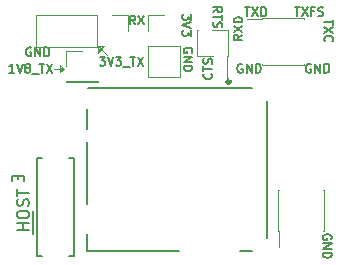
<source format=gbr>
G04 #@! TF.GenerationSoftware,KiCad,Pcbnew,5.1.4-3.fc30*
G04 #@! TF.CreationDate,2019-12-05T15:01:49-05:00*
G04 #@! TF.ProjectId,librem5-m2-breakout,6c696272-656d-4352-9d6d-322d62726561,v0.5.0*
G04 #@! TF.SameCoordinates,Original*
G04 #@! TF.FileFunction,Legend,Top*
G04 #@! TF.FilePolarity,Positive*
%FSLAX46Y46*%
G04 Gerber Fmt 4.6, Leading zero omitted, Abs format (unit mm)*
G04 Created by KiCad (PCBNEW 5.1.4-3.fc30) date 2019-12-05 15:01:49*
%MOMM*%
%LPD*%
G04 APERTURE LIST*
%ADD10C,0.150000*%
%ADD11C,0.120000*%
%ADD12C,0.300000*%
%ADD13C,0.127000*%
G04 APERTURE END LIST*
D10*
X122952380Y-103166666D02*
X121952380Y-103166666D01*
X122428571Y-103166666D02*
X122428571Y-102595238D01*
X122952380Y-102595238D02*
X121952380Y-102595238D01*
X121952380Y-101928571D02*
X121952380Y-101738095D01*
X122000000Y-101642857D01*
X122095238Y-101547619D01*
X122285714Y-101500000D01*
X122619047Y-101500000D01*
X122809523Y-101547619D01*
X122904761Y-101642857D01*
X122952380Y-101738095D01*
X122952380Y-101928571D01*
X122904761Y-102023809D01*
X122809523Y-102119047D01*
X122619047Y-102166666D01*
X122285714Y-102166666D01*
X122095238Y-102119047D01*
X122000000Y-102023809D01*
X121952380Y-101928571D01*
X122904761Y-101119047D02*
X122952380Y-100976190D01*
X122952380Y-100738095D01*
X122904761Y-100642857D01*
X122857142Y-100595238D01*
X122761904Y-100547619D01*
X122666666Y-100547619D01*
X122571428Y-100595238D01*
X122523809Y-100642857D01*
X122476190Y-100738095D01*
X122428571Y-100928571D01*
X122380952Y-101023809D01*
X122333333Y-101071428D01*
X122238095Y-101119047D01*
X122142857Y-101119047D01*
X122047619Y-101071428D01*
X122000000Y-101023809D01*
X121952380Y-100928571D01*
X121952380Y-100690476D01*
X122000000Y-100547619D01*
X121952380Y-100261904D02*
X121952380Y-99690476D01*
X122952380Y-99976190D02*
X121952380Y-99976190D01*
X148575000Y-103928571D02*
X148610714Y-103857142D01*
X148610714Y-103750000D01*
X148575000Y-103642857D01*
X148503571Y-103571428D01*
X148432142Y-103535714D01*
X148289285Y-103500000D01*
X148182142Y-103500000D01*
X148039285Y-103535714D01*
X147967857Y-103571428D01*
X147896428Y-103642857D01*
X147860714Y-103750000D01*
X147860714Y-103821428D01*
X147896428Y-103928571D01*
X147932142Y-103964285D01*
X148182142Y-103964285D01*
X148182142Y-103821428D01*
X147860714Y-104285714D02*
X148610714Y-104285714D01*
X147860714Y-104714285D01*
X148610714Y-104714285D01*
X147860714Y-105071428D02*
X148610714Y-105071428D01*
X148610714Y-105250000D01*
X148575000Y-105357142D01*
X148503571Y-105428571D01*
X148432142Y-105464285D01*
X148289285Y-105500000D01*
X148182142Y-105500000D01*
X148039285Y-105464285D01*
X147967857Y-105428571D01*
X147896428Y-105357142D01*
X147860714Y-105250000D01*
X147860714Y-105071428D01*
X146828571Y-89125000D02*
X146757142Y-89089285D01*
X146650000Y-89089285D01*
X146542857Y-89125000D01*
X146471428Y-89196428D01*
X146435714Y-89267857D01*
X146400000Y-89410714D01*
X146400000Y-89517857D01*
X146435714Y-89660714D01*
X146471428Y-89732142D01*
X146542857Y-89803571D01*
X146650000Y-89839285D01*
X146721428Y-89839285D01*
X146828571Y-89803571D01*
X146864285Y-89767857D01*
X146864285Y-89517857D01*
X146721428Y-89517857D01*
X147185714Y-89839285D02*
X147185714Y-89089285D01*
X147614285Y-89839285D01*
X147614285Y-89089285D01*
X147971428Y-89839285D02*
X147971428Y-89089285D01*
X148150000Y-89089285D01*
X148257142Y-89125000D01*
X148328571Y-89196428D01*
X148364285Y-89267857D01*
X148400000Y-89410714D01*
X148400000Y-89517857D01*
X148364285Y-89660714D01*
X148328571Y-89732142D01*
X148257142Y-89803571D01*
X148150000Y-89839285D01*
X147971428Y-89839285D01*
X141028571Y-89125000D02*
X140957142Y-89089285D01*
X140850000Y-89089285D01*
X140742857Y-89125000D01*
X140671428Y-89196428D01*
X140635714Y-89267857D01*
X140600000Y-89410714D01*
X140600000Y-89517857D01*
X140635714Y-89660714D01*
X140671428Y-89732142D01*
X140742857Y-89803571D01*
X140850000Y-89839285D01*
X140921428Y-89839285D01*
X141028571Y-89803571D01*
X141064285Y-89767857D01*
X141064285Y-89517857D01*
X140921428Y-89517857D01*
X141385714Y-89839285D02*
X141385714Y-89089285D01*
X141814285Y-89839285D01*
X141814285Y-89089285D01*
X142171428Y-89839285D02*
X142171428Y-89089285D01*
X142350000Y-89089285D01*
X142457142Y-89125000D01*
X142528571Y-89196428D01*
X142564285Y-89267857D01*
X142600000Y-89410714D01*
X142600000Y-89517857D01*
X142564285Y-89660714D01*
X142528571Y-89732142D01*
X142457142Y-89803571D01*
X142350000Y-89839285D01*
X142171428Y-89839285D01*
X141039285Y-86600000D02*
X140682142Y-86850000D01*
X141039285Y-87028571D02*
X140289285Y-87028571D01*
X140289285Y-86742857D01*
X140325000Y-86671428D01*
X140360714Y-86635714D01*
X140432142Y-86600000D01*
X140539285Y-86600000D01*
X140610714Y-86635714D01*
X140646428Y-86671428D01*
X140682142Y-86742857D01*
X140682142Y-87028571D01*
X140289285Y-86350000D02*
X141039285Y-85850000D01*
X140289285Y-85850000D02*
X141039285Y-86350000D01*
X141039285Y-85564285D02*
X140289285Y-85564285D01*
X140289285Y-85385714D01*
X140325000Y-85278571D01*
X140396428Y-85207142D01*
X140467857Y-85171428D01*
X140610714Y-85135714D01*
X140717857Y-85135714D01*
X140860714Y-85171428D01*
X140932142Y-85207142D01*
X141003571Y-85278571D01*
X141039285Y-85385714D01*
X141039285Y-85564285D01*
X141253571Y-84289285D02*
X141682142Y-84289285D01*
X141467857Y-85039285D02*
X141467857Y-84289285D01*
X141860714Y-84289285D02*
X142360714Y-85039285D01*
X142360714Y-84289285D02*
X141860714Y-85039285D01*
X142646428Y-85039285D02*
X142646428Y-84289285D01*
X142825000Y-84289285D01*
X142932142Y-84325000D01*
X143003571Y-84396428D01*
X143039285Y-84467857D01*
X143075000Y-84610714D01*
X143075000Y-84717857D01*
X143039285Y-84860714D01*
X143003571Y-84932142D01*
X142932142Y-85003571D01*
X142825000Y-85039285D01*
X142646428Y-85039285D01*
X148710714Y-85353571D02*
X148710714Y-85782142D01*
X147960714Y-85567857D02*
X148710714Y-85567857D01*
X148710714Y-85960714D02*
X147960714Y-86460714D01*
X148710714Y-86460714D02*
X147960714Y-85960714D01*
X148032142Y-87175000D02*
X147996428Y-87139285D01*
X147960714Y-87032142D01*
X147960714Y-86960714D01*
X147996428Y-86853571D01*
X148067857Y-86782142D01*
X148139285Y-86746428D01*
X148282142Y-86710714D01*
X148389285Y-86710714D01*
X148532142Y-86746428D01*
X148603571Y-86782142D01*
X148675000Y-86853571D01*
X148710714Y-86960714D01*
X148710714Y-87032142D01*
X148675000Y-87139285D01*
X148639285Y-87175000D01*
X145450000Y-84289285D02*
X145878571Y-84289285D01*
X145664285Y-85039285D02*
X145664285Y-84289285D01*
X146057142Y-84289285D02*
X146557142Y-85039285D01*
X146557142Y-84289285D02*
X146057142Y-85039285D01*
X147092857Y-84646428D02*
X146842857Y-84646428D01*
X146842857Y-85039285D02*
X146842857Y-84289285D01*
X147200000Y-84289285D01*
X147450000Y-85003571D02*
X147557142Y-85039285D01*
X147735714Y-85039285D01*
X147807142Y-85003571D01*
X147842857Y-84967857D01*
X147878571Y-84896428D01*
X147878571Y-84825000D01*
X147842857Y-84753571D01*
X147807142Y-84717857D01*
X147735714Y-84682142D01*
X147592857Y-84646428D01*
X147521428Y-84610714D01*
X147485714Y-84575000D01*
X147450000Y-84503571D01*
X147450000Y-84432142D01*
X147485714Y-84360714D01*
X147521428Y-84325000D01*
X147592857Y-84289285D01*
X147771428Y-84289285D01*
X147878571Y-84325000D01*
X138417857Y-89910714D02*
X138453571Y-89946428D01*
X138489285Y-90053571D01*
X138489285Y-90125000D01*
X138453571Y-90232142D01*
X138382142Y-90303571D01*
X138310714Y-90339285D01*
X138167857Y-90375000D01*
X138060714Y-90375000D01*
X137917857Y-90339285D01*
X137846428Y-90303571D01*
X137775000Y-90232142D01*
X137739285Y-90125000D01*
X137739285Y-90053571D01*
X137775000Y-89946428D01*
X137810714Y-89910714D01*
X137739285Y-89696428D02*
X137739285Y-89267857D01*
X138489285Y-89482142D02*
X137739285Y-89482142D01*
X138453571Y-89053571D02*
X138489285Y-88946428D01*
X138489285Y-88767857D01*
X138453571Y-88696428D01*
X138417857Y-88660714D01*
X138346428Y-88625000D01*
X138275000Y-88625000D01*
X138203571Y-88660714D01*
X138167857Y-88696428D01*
X138132142Y-88767857D01*
X138096428Y-88910714D01*
X138060714Y-88982142D01*
X138025000Y-89017857D01*
X137953571Y-89053571D01*
X137882142Y-89053571D01*
X137810714Y-89017857D01*
X137775000Y-88982142D01*
X137739285Y-88910714D01*
X137739285Y-88732142D01*
X137775000Y-88625000D01*
X138560714Y-84689285D02*
X138917857Y-84439285D01*
X138560714Y-84260714D02*
X139310714Y-84260714D01*
X139310714Y-84546428D01*
X139275000Y-84617857D01*
X139239285Y-84653571D01*
X139167857Y-84689285D01*
X139060714Y-84689285D01*
X138989285Y-84653571D01*
X138953571Y-84617857D01*
X138917857Y-84546428D01*
X138917857Y-84260714D01*
X139310714Y-84903571D02*
X139310714Y-85332142D01*
X138560714Y-85117857D02*
X139310714Y-85117857D01*
X138596428Y-85546428D02*
X138560714Y-85653571D01*
X138560714Y-85832142D01*
X138596428Y-85903571D01*
X138632142Y-85939285D01*
X138703571Y-85975000D01*
X138775000Y-85975000D01*
X138846428Y-85939285D01*
X138882142Y-85903571D01*
X138917857Y-85832142D01*
X138953571Y-85689285D01*
X138989285Y-85617857D01*
X139025000Y-85582142D01*
X139096428Y-85546428D01*
X139167857Y-85546428D01*
X139239285Y-85582142D01*
X139275000Y-85617857D01*
X139310714Y-85689285D01*
X139310714Y-85867857D01*
X139275000Y-85975000D01*
D11*
X125900000Y-89500000D02*
X125650000Y-89400000D01*
X125900000Y-89500000D02*
X125650000Y-89600000D01*
X125600000Y-89800000D02*
X125900000Y-89500000D01*
X125600000Y-89200000D02*
X125600000Y-89800000D01*
X125900000Y-89500000D02*
X125600000Y-89200000D01*
X125100000Y-89500000D02*
X125900000Y-89500000D01*
X129150000Y-87800000D02*
X129150000Y-87650000D01*
X129000000Y-87650000D02*
X129150000Y-87800000D01*
X128900000Y-88000000D02*
X129000000Y-87650000D01*
X128850000Y-87650000D02*
X128900000Y-88000000D01*
X129350000Y-87600000D02*
X128800000Y-87600000D01*
X128800000Y-88150000D02*
X129350000Y-87600000D01*
X128800000Y-87600000D02*
X128800000Y-88150000D01*
X129550000Y-88350000D02*
X128800000Y-87600000D01*
D10*
X128942857Y-88489285D02*
X129407142Y-88489285D01*
X129157142Y-88775000D01*
X129264285Y-88775000D01*
X129335714Y-88810714D01*
X129371428Y-88846428D01*
X129407142Y-88917857D01*
X129407142Y-89096428D01*
X129371428Y-89167857D01*
X129335714Y-89203571D01*
X129264285Y-89239285D01*
X129050000Y-89239285D01*
X128978571Y-89203571D01*
X128942857Y-89167857D01*
X129621428Y-88489285D02*
X129871428Y-89239285D01*
X130121428Y-88489285D01*
X130300000Y-88489285D02*
X130764285Y-88489285D01*
X130514285Y-88775000D01*
X130621428Y-88775000D01*
X130692857Y-88810714D01*
X130728571Y-88846428D01*
X130764285Y-88917857D01*
X130764285Y-89096428D01*
X130728571Y-89167857D01*
X130692857Y-89203571D01*
X130621428Y-89239285D01*
X130407142Y-89239285D01*
X130335714Y-89203571D01*
X130300000Y-89167857D01*
X130907142Y-89310714D02*
X131478571Y-89310714D01*
X131550000Y-88489285D02*
X131978571Y-88489285D01*
X131764285Y-89239285D02*
X131764285Y-88489285D01*
X132157142Y-88489285D02*
X132657142Y-89239285D01*
X132657142Y-88489285D02*
X132157142Y-89239285D01*
X136775000Y-88128571D02*
X136810714Y-88057142D01*
X136810714Y-87950000D01*
X136775000Y-87842857D01*
X136703571Y-87771428D01*
X136632142Y-87735714D01*
X136489285Y-87700000D01*
X136382142Y-87700000D01*
X136239285Y-87735714D01*
X136167857Y-87771428D01*
X136096428Y-87842857D01*
X136060714Y-87950000D01*
X136060714Y-88021428D01*
X136096428Y-88128571D01*
X136132142Y-88164285D01*
X136382142Y-88164285D01*
X136382142Y-88021428D01*
X136060714Y-88485714D02*
X136810714Y-88485714D01*
X136060714Y-88914285D01*
X136810714Y-88914285D01*
X136060714Y-89271428D02*
X136810714Y-89271428D01*
X136810714Y-89450000D01*
X136775000Y-89557142D01*
X136703571Y-89628571D01*
X136632142Y-89664285D01*
X136489285Y-89700000D01*
X136382142Y-89700000D01*
X136239285Y-89664285D01*
X136167857Y-89628571D01*
X136096428Y-89557142D01*
X136060714Y-89450000D01*
X136060714Y-89271428D01*
X136710714Y-84871428D02*
X136710714Y-85335714D01*
X136425000Y-85085714D01*
X136425000Y-85192857D01*
X136389285Y-85264285D01*
X136353571Y-85300000D01*
X136282142Y-85335714D01*
X136103571Y-85335714D01*
X136032142Y-85300000D01*
X135996428Y-85264285D01*
X135960714Y-85192857D01*
X135960714Y-84978571D01*
X135996428Y-84907142D01*
X136032142Y-84871428D01*
X136710714Y-85550000D02*
X135960714Y-85800000D01*
X136710714Y-86050000D01*
X136710714Y-86228571D02*
X136710714Y-86692857D01*
X136425000Y-86442857D01*
X136425000Y-86550000D01*
X136389285Y-86621428D01*
X136353571Y-86657142D01*
X136282142Y-86692857D01*
X136103571Y-86692857D01*
X136032142Y-86657142D01*
X135996428Y-86621428D01*
X135960714Y-86550000D01*
X135960714Y-86335714D01*
X135996428Y-86264285D01*
X136032142Y-86228571D01*
X121707142Y-89839285D02*
X121278571Y-89839285D01*
X121492857Y-89839285D02*
X121492857Y-89089285D01*
X121421428Y-89196428D01*
X121350000Y-89267857D01*
X121278571Y-89303571D01*
X121921428Y-89089285D02*
X122171428Y-89839285D01*
X122421428Y-89089285D01*
X122778571Y-89410714D02*
X122707142Y-89375000D01*
X122671428Y-89339285D01*
X122635714Y-89267857D01*
X122635714Y-89232142D01*
X122671428Y-89160714D01*
X122707142Y-89125000D01*
X122778571Y-89089285D01*
X122921428Y-89089285D01*
X122992857Y-89125000D01*
X123028571Y-89160714D01*
X123064285Y-89232142D01*
X123064285Y-89267857D01*
X123028571Y-89339285D01*
X122992857Y-89375000D01*
X122921428Y-89410714D01*
X122778571Y-89410714D01*
X122707142Y-89446428D01*
X122671428Y-89482142D01*
X122635714Y-89553571D01*
X122635714Y-89696428D01*
X122671428Y-89767857D01*
X122707142Y-89803571D01*
X122778571Y-89839285D01*
X122921428Y-89839285D01*
X122992857Y-89803571D01*
X123028571Y-89767857D01*
X123064285Y-89696428D01*
X123064285Y-89553571D01*
X123028571Y-89482142D01*
X122992857Y-89446428D01*
X122921428Y-89410714D01*
X123207142Y-89910714D02*
X123778571Y-89910714D01*
X123850000Y-89089285D02*
X124278571Y-89089285D01*
X124064285Y-89839285D02*
X124064285Y-89089285D01*
X124457142Y-89089285D02*
X124957142Y-89839285D01*
X124957142Y-89089285D02*
X124457142Y-89839285D01*
X131975000Y-85739285D02*
X131725000Y-85382142D01*
X131546428Y-85739285D02*
X131546428Y-84989285D01*
X131832142Y-84989285D01*
X131903571Y-85025000D01*
X131939285Y-85060714D01*
X131975000Y-85132142D01*
X131975000Y-85239285D01*
X131939285Y-85310714D01*
X131903571Y-85346428D01*
X131832142Y-85382142D01*
X131546428Y-85382142D01*
X132225000Y-84989285D02*
X132725000Y-85739285D01*
X132725000Y-84989285D02*
X132225000Y-85739285D01*
X123128571Y-87725000D02*
X123057142Y-87689285D01*
X122950000Y-87689285D01*
X122842857Y-87725000D01*
X122771428Y-87796428D01*
X122735714Y-87867857D01*
X122700000Y-88010714D01*
X122700000Y-88117857D01*
X122735714Y-88260714D01*
X122771428Y-88332142D01*
X122842857Y-88403571D01*
X122950000Y-88439285D01*
X123021428Y-88439285D01*
X123128571Y-88403571D01*
X123164285Y-88367857D01*
X123164285Y-88117857D01*
X123021428Y-88117857D01*
X123485714Y-88439285D02*
X123485714Y-87689285D01*
X123914285Y-88439285D01*
X123914285Y-87689285D01*
X124271428Y-88439285D02*
X124271428Y-87689285D01*
X124450000Y-87689285D01*
X124557142Y-87725000D01*
X124628571Y-87796428D01*
X124664285Y-87867857D01*
X124700000Y-88010714D01*
X124700000Y-88117857D01*
X124664285Y-88260714D01*
X124628571Y-88332142D01*
X124557142Y-88403571D01*
X124450000Y-88439285D01*
X124271428Y-88439285D01*
X122071428Y-98535714D02*
X122071428Y-98869047D01*
X121547619Y-99011904D02*
X121547619Y-98535714D01*
X122547619Y-98535714D01*
X122547619Y-99011904D01*
D11*
X146265000Y-89100000D02*
X146265000Y-89165000D01*
X142735000Y-89100000D02*
X142735000Y-89165000D01*
X146265000Y-85235000D02*
X146265000Y-85300000D01*
X142735000Y-85235000D02*
X142735000Y-85300000D01*
X141410000Y-85300000D02*
X142735000Y-85300000D01*
X142735000Y-89165000D02*
X146265000Y-89165000D01*
X142735000Y-85235000D02*
X146265000Y-85235000D01*
X147900000Y-99735000D02*
X147965000Y-99735000D01*
X147900000Y-103265000D02*
X147965000Y-103265000D01*
X144035000Y-99735000D02*
X144100000Y-99735000D01*
X144035000Y-103265000D02*
X144100000Y-103265000D01*
X144100000Y-104590000D02*
X144100000Y-103265000D01*
X147965000Y-103265000D02*
X147965000Y-99735000D01*
X144035000Y-103265000D02*
X144035000Y-99735000D01*
X123590000Y-84970000D02*
X123590000Y-87630000D01*
X128730000Y-84970000D02*
X123590000Y-84970000D01*
X128730000Y-87630000D02*
X123590000Y-87630000D01*
X128730000Y-84970000D02*
X128730000Y-87630000D01*
X130000000Y-84970000D02*
X131330000Y-84970000D01*
X131330000Y-84970000D02*
X131330000Y-86300000D01*
X126130000Y-90630000D02*
X128790000Y-90630000D01*
X126130000Y-90570000D02*
X126130000Y-90630000D01*
X128790000Y-90570000D02*
X128790000Y-90630000D01*
X126130000Y-90570000D02*
X128790000Y-90570000D01*
X126130000Y-89300000D02*
X126130000Y-87970000D01*
X126130000Y-87970000D02*
X127460000Y-87970000D01*
X133070000Y-84970000D02*
X134400000Y-84970000D01*
X133070000Y-86300000D02*
X133070000Y-84970000D01*
X133070000Y-87570000D02*
X135730000Y-87570000D01*
X135730000Y-87570000D02*
X135730000Y-90170000D01*
X133070000Y-87570000D02*
X133070000Y-90170000D01*
X133070000Y-90170000D02*
X135730000Y-90170000D01*
D12*
X140025000Y-90600000D02*
G75*
G03X140025000Y-90600000I-150000J0D01*
G01*
D13*
X140825000Y-104912500D02*
X141875000Y-104912500D01*
X127875000Y-100950000D02*
X127875000Y-95700000D01*
X127875000Y-94600000D02*
X127875000Y-92900000D01*
X141875000Y-91087500D02*
X127975000Y-91087500D01*
X143125000Y-103800000D02*
X143125000Y-92200000D01*
X127875000Y-104912500D02*
X135675000Y-104912500D01*
X127875000Y-103500000D02*
X127875000Y-104912500D01*
D11*
X139830000Y-86190000D02*
X139830000Y-88410000D01*
X137170000Y-86190000D02*
X137170000Y-88410000D01*
X138550000Y-88410000D02*
X137180000Y-88410000D01*
X139820000Y-86190000D02*
X138450000Y-86190000D01*
X139720000Y-88410000D02*
X139720000Y-90240000D01*
X139830000Y-88410000D02*
X139720000Y-88410000D01*
X137280000Y-86190000D02*
X137170000Y-86190000D01*
D10*
X124095000Y-105350000D02*
X123620000Y-105350000D01*
X123620000Y-105350000D02*
X123620000Y-97050000D01*
X123620000Y-97050000D02*
X124095000Y-97050000D01*
X126345000Y-105350000D02*
X126820000Y-105350000D01*
X126820000Y-105350000D02*
X126820000Y-97050000D01*
X126820000Y-97050000D02*
X126345000Y-97050000D01*
X123320000Y-103500000D02*
X123320000Y-101500000D01*
M02*

</source>
